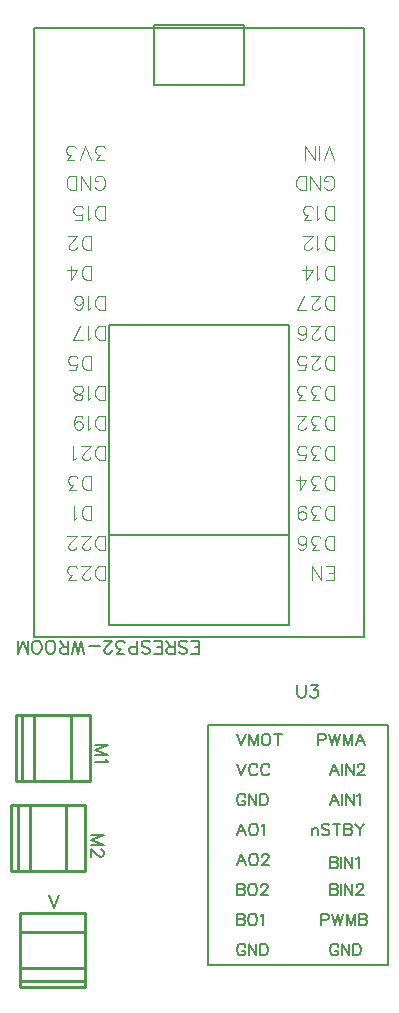
<source format=gto>
G04 Layer: TopSilkscreenLayer*
G04 EasyEDA v6.5.42, 2024-03-11 14:09:06*
G04 b8cecfdee2c84d74be12d37f40f4119a,807727dff0ce494184415f470db24245,10*
G04 Gerber Generator version 0.2*
G04 Scale: 100 percent, Rotated: No, Reflected: No *
G04 Dimensions in millimeters *
G04 leading zeros omitted , absolute positions ,4 integer and 5 decimal *
%FSLAX45Y45*%
%MOMM*%

%ADD10C,0.1524*%
%ADD11C,0.1016*%
%ADD12C,0.2032*%
%ADD13C,0.1270*%
%ADD14C,0.2540*%
%ADD15C,0.0168*%

%LPD*%
D10*
X2616200Y2983484D02*
G01*
X2616200Y3092450D01*
X2616200Y2983484D02*
G01*
X2548636Y2983484D01*
X2616200Y3035300D02*
G01*
X2574543Y3035300D01*
X2616200Y3092450D02*
G01*
X2548636Y3092450D01*
X2441702Y2998978D02*
G01*
X2452115Y2988563D01*
X2467609Y2983484D01*
X2488438Y2983484D01*
X2503931Y2988563D01*
X2514345Y2998978D01*
X2514345Y3009392D01*
X2509265Y3019805D01*
X2503931Y3025139D01*
X2493518Y3030220D01*
X2462529Y3040634D01*
X2452115Y3045713D01*
X2446781Y3051047D01*
X2441702Y3061462D01*
X2441702Y3076955D01*
X2452115Y3087370D01*
X2467609Y3092450D01*
X2488438Y3092450D01*
X2503931Y3087370D01*
X2514345Y3076955D01*
X2407411Y2983484D02*
G01*
X2407411Y3092450D01*
X2407411Y2983484D02*
G01*
X2360675Y2983484D01*
X2344927Y2988563D01*
X2339847Y2993897D01*
X2334513Y3004312D01*
X2334513Y3014726D01*
X2339847Y3025139D01*
X2344927Y3030220D01*
X2360675Y3035300D01*
X2407411Y3035300D01*
X2371090Y3035300D02*
G01*
X2334513Y3092450D01*
X2300224Y2983484D02*
G01*
X2300224Y3092450D01*
X2300224Y2983484D02*
G01*
X2232659Y2983484D01*
X2300224Y3035300D02*
G01*
X2258822Y3035300D01*
X2300224Y3092450D02*
G01*
X2232659Y3092450D01*
X2125725Y2998978D02*
G01*
X2136140Y2988563D01*
X2151634Y2983484D01*
X2172461Y2983484D01*
X2188209Y2988563D01*
X2198370Y2998978D01*
X2198370Y3009392D01*
X2193290Y3019805D01*
X2188209Y3025139D01*
X2177795Y3030220D01*
X2146554Y3040634D01*
X2136140Y3045713D01*
X2131059Y3051047D01*
X2125725Y3061462D01*
X2125725Y3076955D01*
X2136140Y3087370D01*
X2151634Y3092450D01*
X2172461Y3092450D01*
X2188209Y3087370D01*
X2198370Y3076955D01*
X2091436Y2983484D02*
G01*
X2091436Y3092450D01*
X2091436Y2983484D02*
G01*
X2044700Y2983484D01*
X2029206Y2988563D01*
X2023872Y2993897D01*
X2018791Y3004312D01*
X2018791Y3019805D01*
X2023872Y3030220D01*
X2029206Y3035300D01*
X2044700Y3040634D01*
X2091436Y3040634D01*
X1974088Y2983484D02*
G01*
X1916937Y2983484D01*
X1948179Y3025139D01*
X1932431Y3025139D01*
X1922018Y3030220D01*
X1916937Y3035300D01*
X1911604Y3051047D01*
X1911604Y3061462D01*
X1916937Y3076955D01*
X1927352Y3087370D01*
X1942845Y3092450D01*
X1958340Y3092450D01*
X1974088Y3087370D01*
X1979168Y3082289D01*
X1984502Y3071876D01*
X1872234Y3009392D02*
G01*
X1872234Y3004312D01*
X1866900Y2993897D01*
X1861820Y2988563D01*
X1851405Y2983484D01*
X1830578Y2983484D01*
X1820163Y2988563D01*
X1815084Y2993897D01*
X1809750Y3004312D01*
X1809750Y3014726D01*
X1815084Y3025139D01*
X1825497Y3040634D01*
X1877313Y3092450D01*
X1804670Y3092450D01*
X1770379Y3045713D02*
G01*
X1676907Y3045713D01*
X1642618Y2983484D02*
G01*
X1616710Y3092450D01*
X1590547Y2983484D02*
G01*
X1616710Y3092450D01*
X1590547Y2983484D02*
G01*
X1564639Y3092450D01*
X1538731Y2983484D02*
G01*
X1564639Y3092450D01*
X1504442Y2983484D02*
G01*
X1504442Y3092450D01*
X1504442Y2983484D02*
G01*
X1457705Y2983484D01*
X1441957Y2988563D01*
X1436878Y2993897D01*
X1431544Y3004312D01*
X1431544Y3014726D01*
X1436878Y3025139D01*
X1441957Y3030220D01*
X1457705Y3035300D01*
X1504442Y3035300D01*
X1468120Y3035300D02*
G01*
X1431544Y3092450D01*
X1366265Y2983484D02*
G01*
X1376679Y2988563D01*
X1386839Y2998978D01*
X1392173Y3009392D01*
X1397254Y3025139D01*
X1397254Y3051047D01*
X1392173Y3066542D01*
X1386839Y3076955D01*
X1376679Y3087370D01*
X1366265Y3092450D01*
X1345437Y3092450D01*
X1335023Y3087370D01*
X1324610Y3076955D01*
X1319529Y3066542D01*
X1314195Y3051047D01*
X1314195Y3025139D01*
X1319529Y3009392D01*
X1324610Y2998978D01*
X1335023Y2988563D01*
X1345437Y2983484D01*
X1366265Y2983484D01*
X1248663Y2983484D02*
G01*
X1259078Y2988563D01*
X1269492Y2998978D01*
X1274826Y3009392D01*
X1279905Y3025139D01*
X1279905Y3051047D01*
X1274826Y3066542D01*
X1269492Y3076955D01*
X1259078Y3087370D01*
X1248663Y3092450D01*
X1228089Y3092450D01*
X1217676Y3087370D01*
X1207262Y3076955D01*
X1201928Y3066542D01*
X1196847Y3051047D01*
X1196847Y3025139D01*
X1201928Y3009392D01*
X1207262Y2998978D01*
X1217676Y2988563D01*
X1228089Y2983484D01*
X1248663Y2983484D01*
X1162557Y2983484D02*
G01*
X1162557Y3092450D01*
X1162557Y2983484D02*
G01*
X1120902Y3092450D01*
X1079500Y2983484D02*
G01*
X1120902Y3092450D01*
X1079500Y2983484D02*
G01*
X1079500Y3092450D01*
D11*
X3759200Y3605529D02*
G01*
X3759200Y3726942D01*
X3759200Y3605529D02*
G01*
X3684270Y3605529D01*
X3759200Y3663442D02*
G01*
X3712972Y3663442D01*
X3759200Y3726942D02*
G01*
X3684270Y3726942D01*
X3646170Y3605529D02*
G01*
X3646170Y3726942D01*
X3646170Y3605529D02*
G01*
X3565143Y3726942D01*
X3565143Y3605529D02*
G01*
X3565143Y3726942D01*
X3759200Y3859529D02*
G01*
X3759200Y3980942D01*
X3759200Y3859529D02*
G01*
X3718813Y3859529D01*
X3701541Y3865371D01*
X3689858Y3877055D01*
X3684270Y3888486D01*
X3678427Y3905757D01*
X3678427Y3934713D01*
X3684270Y3951986D01*
X3689858Y3963670D01*
X3701541Y3975100D01*
X3718813Y3980942D01*
X3759200Y3980942D01*
X3628643Y3859529D02*
G01*
X3565143Y3859529D01*
X3599941Y3905757D01*
X3582670Y3905757D01*
X3570986Y3911600D01*
X3565143Y3917442D01*
X3559556Y3934713D01*
X3559556Y3946144D01*
X3565143Y3963670D01*
X3576827Y3975100D01*
X3594100Y3980942D01*
X3611372Y3980942D01*
X3628643Y3975100D01*
X3634486Y3969257D01*
X3640327Y3957828D01*
X3452113Y3877055D02*
G01*
X3457956Y3865371D01*
X3475227Y3859529D01*
X3486658Y3859529D01*
X3503929Y3865371D01*
X3515613Y3882644D01*
X3521456Y3911600D01*
X3521456Y3940555D01*
X3515613Y3963670D01*
X3503929Y3975100D01*
X3486658Y3980942D01*
X3481070Y3980942D01*
X3463543Y3975100D01*
X3452113Y3963670D01*
X3446272Y3946144D01*
X3446272Y3940555D01*
X3452113Y3923029D01*
X3463543Y3911600D01*
X3481070Y3905757D01*
X3486658Y3905757D01*
X3503929Y3911600D01*
X3515613Y3923029D01*
X3521456Y3940555D01*
X3759200Y4113529D02*
G01*
X3759200Y4234942D01*
X3759200Y4113529D02*
G01*
X3718813Y4113529D01*
X3701541Y4119371D01*
X3689858Y4131055D01*
X3684270Y4142486D01*
X3678427Y4159757D01*
X3678427Y4188713D01*
X3684270Y4205986D01*
X3689858Y4217670D01*
X3701541Y4229100D01*
X3718813Y4234942D01*
X3759200Y4234942D01*
X3628643Y4113529D02*
G01*
X3565143Y4113529D01*
X3599941Y4159757D01*
X3582670Y4159757D01*
X3570986Y4165600D01*
X3565143Y4171442D01*
X3559556Y4188713D01*
X3559556Y4200144D01*
X3565143Y4217670D01*
X3576827Y4229100D01*
X3594100Y4234942D01*
X3611372Y4234942D01*
X3628643Y4229100D01*
X3634486Y4223257D01*
X3640327Y4211828D01*
X3446272Y4154170D02*
G01*
X3452113Y4171442D01*
X3463543Y4182871D01*
X3481070Y4188713D01*
X3486658Y4188713D01*
X3503929Y4182871D01*
X3515613Y4171442D01*
X3521456Y4154170D01*
X3521456Y4148328D01*
X3515613Y4131055D01*
X3503929Y4119371D01*
X3486658Y4113529D01*
X3481070Y4113529D01*
X3463543Y4119371D01*
X3452113Y4131055D01*
X3446272Y4154170D01*
X3446272Y4182871D01*
X3452113Y4211828D01*
X3463543Y4229100D01*
X3481070Y4234942D01*
X3492500Y4234942D01*
X3509772Y4229100D01*
X3515613Y4217670D01*
X3759200Y4367529D02*
G01*
X3759200Y4488942D01*
X3759200Y4367529D02*
G01*
X3718813Y4367529D01*
X3701541Y4373371D01*
X3689858Y4385055D01*
X3684270Y4396486D01*
X3678427Y4413757D01*
X3678427Y4442713D01*
X3684270Y4459986D01*
X3689858Y4471670D01*
X3701541Y4483100D01*
X3718813Y4488942D01*
X3759200Y4488942D01*
X3628643Y4367529D02*
G01*
X3565143Y4367529D01*
X3599941Y4413757D01*
X3582670Y4413757D01*
X3570986Y4419600D01*
X3565143Y4425442D01*
X3559556Y4442713D01*
X3559556Y4454144D01*
X3565143Y4471670D01*
X3576827Y4483100D01*
X3594100Y4488942D01*
X3611372Y4488942D01*
X3628643Y4483100D01*
X3634486Y4477257D01*
X3640327Y4465828D01*
X3463543Y4367529D02*
G01*
X3521456Y4448555D01*
X3434841Y4448555D01*
X3463543Y4367529D02*
G01*
X3463543Y4488942D01*
X3759200Y4621529D02*
G01*
X3759200Y4742942D01*
X3759200Y4621529D02*
G01*
X3718813Y4621529D01*
X3701541Y4627371D01*
X3689858Y4639055D01*
X3684270Y4650486D01*
X3678427Y4667757D01*
X3678427Y4696713D01*
X3684270Y4713986D01*
X3689858Y4725670D01*
X3701541Y4737100D01*
X3718813Y4742942D01*
X3759200Y4742942D01*
X3628643Y4621529D02*
G01*
X3565143Y4621529D01*
X3599941Y4667757D01*
X3582670Y4667757D01*
X3570986Y4673600D01*
X3565143Y4679442D01*
X3559556Y4696713D01*
X3559556Y4708144D01*
X3565143Y4725670D01*
X3576827Y4737100D01*
X3594100Y4742942D01*
X3611372Y4742942D01*
X3628643Y4737100D01*
X3634486Y4731257D01*
X3640327Y4719828D01*
X3452113Y4621529D02*
G01*
X3509772Y4621529D01*
X3515613Y4673600D01*
X3509772Y4667757D01*
X3492500Y4662170D01*
X3475227Y4662170D01*
X3457956Y4667757D01*
X3446272Y4679442D01*
X3440429Y4696713D01*
X3440429Y4708144D01*
X3446272Y4725670D01*
X3457956Y4737100D01*
X3475227Y4742942D01*
X3492500Y4742942D01*
X3509772Y4737100D01*
X3515613Y4731257D01*
X3521456Y4719828D01*
X3759200Y4875529D02*
G01*
X3759200Y4996942D01*
X3759200Y4875529D02*
G01*
X3718813Y4875529D01*
X3701541Y4881371D01*
X3689858Y4893055D01*
X3684270Y4904486D01*
X3678427Y4921757D01*
X3678427Y4950713D01*
X3684270Y4967986D01*
X3689858Y4979670D01*
X3701541Y4991100D01*
X3718813Y4996942D01*
X3759200Y4996942D01*
X3628643Y4875529D02*
G01*
X3565143Y4875529D01*
X3599941Y4921757D01*
X3582670Y4921757D01*
X3570986Y4927600D01*
X3565143Y4933442D01*
X3559556Y4950713D01*
X3559556Y4962144D01*
X3565143Y4979670D01*
X3576827Y4991100D01*
X3594100Y4996942D01*
X3611372Y4996942D01*
X3628643Y4991100D01*
X3634486Y4985257D01*
X3640327Y4973828D01*
X3515613Y4904486D02*
G01*
X3515613Y4898644D01*
X3509772Y4887213D01*
X3503929Y4881371D01*
X3492500Y4875529D01*
X3469386Y4875529D01*
X3457956Y4881371D01*
X3452113Y4887213D01*
X3446272Y4898644D01*
X3446272Y4910328D01*
X3452113Y4921757D01*
X3463543Y4939029D01*
X3521456Y4996942D01*
X3440429Y4996942D01*
X3759200Y5129529D02*
G01*
X3759200Y5250942D01*
X3759200Y5129529D02*
G01*
X3718813Y5129529D01*
X3701541Y5135371D01*
X3689858Y5147055D01*
X3684270Y5158486D01*
X3678427Y5175757D01*
X3678427Y5204713D01*
X3684270Y5221986D01*
X3689858Y5233670D01*
X3701541Y5245100D01*
X3718813Y5250942D01*
X3759200Y5250942D01*
X3628643Y5129529D02*
G01*
X3565143Y5129529D01*
X3599941Y5175757D01*
X3582670Y5175757D01*
X3570986Y5181600D01*
X3565143Y5187442D01*
X3559556Y5204713D01*
X3559556Y5216144D01*
X3565143Y5233670D01*
X3576827Y5245100D01*
X3594100Y5250942D01*
X3611372Y5250942D01*
X3628643Y5245100D01*
X3634486Y5239257D01*
X3640327Y5227828D01*
X3509772Y5129529D02*
G01*
X3446272Y5129529D01*
X3481070Y5175757D01*
X3463543Y5175757D01*
X3452113Y5181600D01*
X3446272Y5187442D01*
X3440429Y5204713D01*
X3440429Y5216144D01*
X3446272Y5233670D01*
X3457956Y5245100D01*
X3475227Y5250942D01*
X3492500Y5250942D01*
X3509772Y5245100D01*
X3515613Y5239257D01*
X3521456Y5227828D01*
X3759200Y5383529D02*
G01*
X3759200Y5504942D01*
X3759200Y5383529D02*
G01*
X3718813Y5383529D01*
X3701541Y5389371D01*
X3689858Y5401055D01*
X3684270Y5412486D01*
X3678427Y5429757D01*
X3678427Y5458713D01*
X3684270Y5475986D01*
X3689858Y5487670D01*
X3701541Y5499100D01*
X3718813Y5504942D01*
X3759200Y5504942D01*
X3634486Y5412486D02*
G01*
X3634486Y5406644D01*
X3628643Y5395213D01*
X3623056Y5389371D01*
X3611372Y5383529D01*
X3588258Y5383529D01*
X3576827Y5389371D01*
X3570986Y5395213D01*
X3565143Y5406644D01*
X3565143Y5418328D01*
X3570986Y5429757D01*
X3582670Y5447029D01*
X3640327Y5504942D01*
X3559556Y5504942D01*
X3452113Y5383529D02*
G01*
X3509772Y5383529D01*
X3515613Y5435600D01*
X3509772Y5429757D01*
X3492500Y5424170D01*
X3475227Y5424170D01*
X3457956Y5429757D01*
X3446272Y5441442D01*
X3440429Y5458713D01*
X3440429Y5470144D01*
X3446272Y5487670D01*
X3457956Y5499100D01*
X3475227Y5504942D01*
X3492500Y5504942D01*
X3509772Y5499100D01*
X3515613Y5493257D01*
X3521456Y5481828D01*
X3759200Y5637529D02*
G01*
X3759200Y5758942D01*
X3759200Y5637529D02*
G01*
X3718813Y5637529D01*
X3701541Y5643371D01*
X3689858Y5655055D01*
X3684270Y5666486D01*
X3678427Y5683757D01*
X3678427Y5712713D01*
X3684270Y5729986D01*
X3689858Y5741670D01*
X3701541Y5753100D01*
X3718813Y5758942D01*
X3759200Y5758942D01*
X3634486Y5666486D02*
G01*
X3634486Y5660644D01*
X3628643Y5649213D01*
X3623056Y5643371D01*
X3611372Y5637529D01*
X3588258Y5637529D01*
X3576827Y5643371D01*
X3570986Y5649213D01*
X3565143Y5660644D01*
X3565143Y5672328D01*
X3570986Y5683757D01*
X3582670Y5701029D01*
X3640327Y5758942D01*
X3559556Y5758942D01*
X3452113Y5655055D02*
G01*
X3457956Y5643371D01*
X3475227Y5637529D01*
X3486658Y5637529D01*
X3503929Y5643371D01*
X3515613Y5660644D01*
X3521456Y5689600D01*
X3521456Y5718555D01*
X3515613Y5741670D01*
X3503929Y5753100D01*
X3486658Y5758942D01*
X3481070Y5758942D01*
X3463543Y5753100D01*
X3452113Y5741670D01*
X3446272Y5724144D01*
X3446272Y5718555D01*
X3452113Y5701029D01*
X3463543Y5689600D01*
X3481070Y5683757D01*
X3486658Y5683757D01*
X3503929Y5689600D01*
X3515613Y5701029D01*
X3521456Y5718555D01*
X3759200Y5891529D02*
G01*
X3759200Y6012942D01*
X3759200Y5891529D02*
G01*
X3718813Y5891529D01*
X3701541Y5897371D01*
X3689858Y5909055D01*
X3684270Y5920486D01*
X3678427Y5937757D01*
X3678427Y5966713D01*
X3684270Y5983986D01*
X3689858Y5995670D01*
X3701541Y6007100D01*
X3718813Y6012942D01*
X3759200Y6012942D01*
X3634486Y5920486D02*
G01*
X3634486Y5914644D01*
X3628643Y5903213D01*
X3623056Y5897371D01*
X3611372Y5891529D01*
X3588258Y5891529D01*
X3576827Y5897371D01*
X3570986Y5903213D01*
X3565143Y5914644D01*
X3565143Y5926328D01*
X3570986Y5937757D01*
X3582670Y5955029D01*
X3640327Y6012942D01*
X3559556Y6012942D01*
X3440429Y5891529D02*
G01*
X3498341Y6012942D01*
X3521456Y5891529D02*
G01*
X3440429Y5891529D01*
X3759200Y6145529D02*
G01*
X3759200Y6266942D01*
X3759200Y6145529D02*
G01*
X3718813Y6145529D01*
X3701541Y6151371D01*
X3689858Y6163055D01*
X3684270Y6174486D01*
X3678427Y6191757D01*
X3678427Y6220713D01*
X3684270Y6237986D01*
X3689858Y6249670D01*
X3701541Y6261100D01*
X3718813Y6266942D01*
X3759200Y6266942D01*
X3640327Y6168644D02*
G01*
X3628643Y6163055D01*
X3611372Y6145529D01*
X3611372Y6266942D01*
X3515613Y6145529D02*
G01*
X3573272Y6226555D01*
X3486658Y6226555D01*
X3515613Y6145529D02*
G01*
X3515613Y6266942D01*
X3759200Y6399529D02*
G01*
X3759200Y6520942D01*
X3759200Y6399529D02*
G01*
X3718813Y6399529D01*
X3701541Y6405371D01*
X3689858Y6417055D01*
X3684270Y6428486D01*
X3678427Y6445757D01*
X3678427Y6474713D01*
X3684270Y6491986D01*
X3689858Y6503670D01*
X3701541Y6515100D01*
X3718813Y6520942D01*
X3759200Y6520942D01*
X3640327Y6422644D02*
G01*
X3628643Y6417055D01*
X3611372Y6399529D01*
X3611372Y6520942D01*
X3567429Y6428486D02*
G01*
X3567429Y6422644D01*
X3561841Y6411213D01*
X3556000Y6405371D01*
X3544570Y6399529D01*
X3521456Y6399529D01*
X3509772Y6405371D01*
X3503929Y6411213D01*
X3498341Y6422644D01*
X3498341Y6434328D01*
X3503929Y6445757D01*
X3515613Y6463029D01*
X3573272Y6520942D01*
X3492500Y6520942D01*
X3759200Y6653529D02*
G01*
X3759200Y6774942D01*
X3759200Y6653529D02*
G01*
X3718813Y6653529D01*
X3701541Y6659371D01*
X3689858Y6671055D01*
X3684270Y6682486D01*
X3678427Y6699758D01*
X3678427Y6728713D01*
X3684270Y6745986D01*
X3689858Y6757670D01*
X3701541Y6769100D01*
X3718813Y6774942D01*
X3759200Y6774942D01*
X3640327Y6676644D02*
G01*
X3628643Y6671055D01*
X3611372Y6653529D01*
X3611372Y6774942D01*
X3561841Y6653529D02*
G01*
X3498341Y6653529D01*
X3532886Y6699758D01*
X3515613Y6699758D01*
X3503929Y6705600D01*
X3498341Y6711442D01*
X3492500Y6728713D01*
X3492500Y6740144D01*
X3498341Y6757670D01*
X3509772Y6769100D01*
X3527043Y6774942D01*
X3544570Y6774942D01*
X3561841Y6769100D01*
X3567429Y6763258D01*
X3573272Y6751828D01*
X3672586Y6936486D02*
G01*
X3678427Y6925055D01*
X3689858Y6913371D01*
X3701541Y6907529D01*
X3724656Y6907529D01*
X3736086Y6913371D01*
X3747770Y6925055D01*
X3753358Y6936486D01*
X3759200Y6953758D01*
X3759200Y6982713D01*
X3753358Y6999986D01*
X3747770Y7011670D01*
X3736086Y7023100D01*
X3724656Y7028942D01*
X3701541Y7028942D01*
X3689858Y7023100D01*
X3678427Y7011670D01*
X3672586Y6999986D01*
X3672586Y6982713D01*
X3701541Y6982713D02*
G01*
X3672586Y6982713D01*
X3634486Y6907529D02*
G01*
X3634486Y7028942D01*
X3634486Y6907529D02*
G01*
X3553713Y7028942D01*
X3553713Y6907529D02*
G01*
X3553713Y7028942D01*
X3515613Y6907529D02*
G01*
X3515613Y7028942D01*
X3515613Y6907529D02*
G01*
X3475227Y6907529D01*
X3457956Y6913371D01*
X3446272Y6925055D01*
X3440429Y6936486D01*
X3434841Y6953758D01*
X3434841Y6982713D01*
X3440429Y6999986D01*
X3446272Y7011670D01*
X3457956Y7023100D01*
X3475227Y7028942D01*
X3515613Y7028942D01*
X3759200Y7161529D02*
G01*
X3712972Y7282942D01*
X3666743Y7161529D02*
G01*
X3712972Y7282942D01*
X3628643Y7161529D02*
G01*
X3628643Y7282942D01*
X3590543Y7161529D02*
G01*
X3590543Y7282942D01*
X3590543Y7161529D02*
G01*
X3509772Y7282942D01*
X3509772Y7161529D02*
G01*
X3509772Y7282942D01*
X1804670Y7161529D02*
G01*
X1741170Y7161529D01*
X1775713Y7207758D01*
X1758442Y7207758D01*
X1746757Y7213600D01*
X1741170Y7219442D01*
X1735328Y7236713D01*
X1735328Y7248144D01*
X1741170Y7265670D01*
X1752600Y7277100D01*
X1769871Y7282942D01*
X1787144Y7282942D01*
X1804670Y7277100D01*
X1810257Y7271258D01*
X1816100Y7259828D01*
X1697228Y7161529D02*
G01*
X1651000Y7282942D01*
X1604771Y7161529D02*
G01*
X1651000Y7282942D01*
X1555242Y7161529D02*
G01*
X1491742Y7161529D01*
X1526286Y7207758D01*
X1509013Y7207758D01*
X1497329Y7213600D01*
X1491742Y7219442D01*
X1485900Y7236713D01*
X1485900Y7248144D01*
X1491742Y7265670D01*
X1503171Y7277100D01*
X1520444Y7282942D01*
X1537970Y7282942D01*
X1555242Y7277100D01*
X1560829Y7271258D01*
X1566671Y7259828D01*
X1729486Y6936486D02*
G01*
X1735328Y6925055D01*
X1746757Y6913371D01*
X1758442Y6907529D01*
X1781555Y6907529D01*
X1792986Y6913371D01*
X1804670Y6925055D01*
X1810257Y6936486D01*
X1816100Y6953758D01*
X1816100Y6982713D01*
X1810257Y6999986D01*
X1804670Y7011670D01*
X1792986Y7023100D01*
X1781555Y7028942D01*
X1758442Y7028942D01*
X1746757Y7023100D01*
X1735328Y7011670D01*
X1729486Y6999986D01*
X1729486Y6982713D01*
X1758442Y6982713D02*
G01*
X1729486Y6982713D01*
X1691386Y6907529D02*
G01*
X1691386Y7028942D01*
X1691386Y6907529D02*
G01*
X1610613Y7028942D01*
X1610613Y6907529D02*
G01*
X1610613Y7028942D01*
X1572513Y6907529D02*
G01*
X1572513Y7028942D01*
X1572513Y6907529D02*
G01*
X1532128Y6907529D01*
X1514855Y6913371D01*
X1503171Y6925055D01*
X1497329Y6936486D01*
X1491742Y6953758D01*
X1491742Y6982713D01*
X1497329Y6999986D01*
X1503171Y7011670D01*
X1514855Y7023100D01*
X1532128Y7028942D01*
X1572513Y7028942D01*
X1816100Y6653529D02*
G01*
X1816100Y6774942D01*
X1816100Y6653529D02*
G01*
X1775713Y6653529D01*
X1758442Y6659371D01*
X1746757Y6671055D01*
X1741170Y6682486D01*
X1735328Y6699758D01*
X1735328Y6728713D01*
X1741170Y6745986D01*
X1746757Y6757670D01*
X1758442Y6769100D01*
X1775713Y6774942D01*
X1816100Y6774942D01*
X1697228Y6676644D02*
G01*
X1685544Y6671055D01*
X1668271Y6653529D01*
X1668271Y6774942D01*
X1560829Y6653529D02*
G01*
X1618742Y6653529D01*
X1624329Y6705600D01*
X1618742Y6699758D01*
X1601470Y6694170D01*
X1583944Y6694170D01*
X1566671Y6699758D01*
X1555242Y6711442D01*
X1549400Y6728713D01*
X1549400Y6740144D01*
X1555242Y6757670D01*
X1566671Y6769100D01*
X1583944Y6774942D01*
X1601470Y6774942D01*
X1618742Y6769100D01*
X1624329Y6763258D01*
X1630171Y6751828D01*
X1701800Y6399529D02*
G01*
X1701800Y6520942D01*
X1701800Y6399529D02*
G01*
X1661413Y6399529D01*
X1644142Y6405371D01*
X1632457Y6417055D01*
X1626870Y6428486D01*
X1621028Y6445757D01*
X1621028Y6474713D01*
X1626870Y6491986D01*
X1632457Y6503670D01*
X1644142Y6515100D01*
X1661413Y6520942D01*
X1701800Y6520942D01*
X1577086Y6428486D02*
G01*
X1577086Y6422644D01*
X1571244Y6411213D01*
X1565655Y6405371D01*
X1553971Y6399529D01*
X1530857Y6399529D01*
X1519428Y6405371D01*
X1513586Y6411213D01*
X1507744Y6422644D01*
X1507744Y6434328D01*
X1513586Y6445757D01*
X1525270Y6463029D01*
X1582928Y6520942D01*
X1502155Y6520942D01*
X1701800Y6145529D02*
G01*
X1701800Y6266942D01*
X1701800Y6145529D02*
G01*
X1661413Y6145529D01*
X1644142Y6151371D01*
X1632457Y6163055D01*
X1626870Y6174486D01*
X1621028Y6191757D01*
X1621028Y6220713D01*
X1626870Y6237986D01*
X1632457Y6249670D01*
X1644142Y6261100D01*
X1661413Y6266942D01*
X1701800Y6266942D01*
X1525270Y6145529D02*
G01*
X1582928Y6226555D01*
X1496313Y6226555D01*
X1525270Y6145529D02*
G01*
X1525270Y6266942D01*
X1816100Y5891529D02*
G01*
X1816100Y6012942D01*
X1816100Y5891529D02*
G01*
X1775713Y5891529D01*
X1758442Y5897371D01*
X1746757Y5909055D01*
X1741170Y5920486D01*
X1735328Y5937757D01*
X1735328Y5966713D01*
X1741170Y5983986D01*
X1746757Y5995670D01*
X1758442Y6007100D01*
X1775713Y6012942D01*
X1816100Y6012942D01*
X1697228Y5914644D02*
G01*
X1685544Y5909055D01*
X1668271Y5891529D01*
X1668271Y6012942D01*
X1560829Y5909055D02*
G01*
X1566671Y5897371D01*
X1583944Y5891529D01*
X1595628Y5891529D01*
X1612900Y5897371D01*
X1624329Y5914644D01*
X1630171Y5943600D01*
X1630171Y5972555D01*
X1624329Y5995670D01*
X1612900Y6007100D01*
X1595628Y6012942D01*
X1589786Y6012942D01*
X1572513Y6007100D01*
X1560829Y5995670D01*
X1555242Y5978144D01*
X1555242Y5972555D01*
X1560829Y5955029D01*
X1572513Y5943600D01*
X1589786Y5937757D01*
X1595628Y5937757D01*
X1612900Y5943600D01*
X1624329Y5955029D01*
X1630171Y5972555D01*
X1816100Y5637529D02*
G01*
X1816100Y5758942D01*
X1816100Y5637529D02*
G01*
X1775713Y5637529D01*
X1758442Y5643371D01*
X1746757Y5655055D01*
X1741170Y5666486D01*
X1735328Y5683757D01*
X1735328Y5712713D01*
X1741170Y5729986D01*
X1746757Y5741670D01*
X1758442Y5753100D01*
X1775713Y5758942D01*
X1816100Y5758942D01*
X1697228Y5660644D02*
G01*
X1685544Y5655055D01*
X1668271Y5637529D01*
X1668271Y5758942D01*
X1549400Y5637529D02*
G01*
X1607057Y5758942D01*
X1630171Y5637529D02*
G01*
X1549400Y5637529D01*
X1701800Y5383529D02*
G01*
X1701800Y5504942D01*
X1701800Y5383529D02*
G01*
X1661413Y5383529D01*
X1644142Y5389371D01*
X1632457Y5401055D01*
X1626870Y5412486D01*
X1621028Y5429757D01*
X1621028Y5458713D01*
X1626870Y5475986D01*
X1632457Y5487670D01*
X1644142Y5499100D01*
X1661413Y5504942D01*
X1701800Y5504942D01*
X1513586Y5383529D02*
G01*
X1571244Y5383529D01*
X1577086Y5435600D01*
X1571244Y5429757D01*
X1553971Y5424170D01*
X1536700Y5424170D01*
X1519428Y5429757D01*
X1507744Y5441442D01*
X1502155Y5458713D01*
X1502155Y5470144D01*
X1507744Y5487670D01*
X1519428Y5499100D01*
X1536700Y5504942D01*
X1553971Y5504942D01*
X1571244Y5499100D01*
X1577086Y5493257D01*
X1582928Y5481828D01*
X1816100Y5129529D02*
G01*
X1816100Y5250942D01*
X1816100Y5129529D02*
G01*
X1775713Y5129529D01*
X1758442Y5135371D01*
X1746757Y5147055D01*
X1741170Y5158486D01*
X1735328Y5175757D01*
X1735328Y5204713D01*
X1741170Y5221986D01*
X1746757Y5233670D01*
X1758442Y5245100D01*
X1775713Y5250942D01*
X1816100Y5250942D01*
X1697228Y5152644D02*
G01*
X1685544Y5147055D01*
X1668271Y5129529D01*
X1668271Y5250942D01*
X1601470Y5129529D02*
G01*
X1618742Y5135371D01*
X1624329Y5147055D01*
X1624329Y5158486D01*
X1618742Y5170170D01*
X1607057Y5175757D01*
X1583944Y5181600D01*
X1566671Y5187442D01*
X1555242Y5198871D01*
X1549400Y5210555D01*
X1549400Y5227828D01*
X1555242Y5239257D01*
X1560829Y5245100D01*
X1578355Y5250942D01*
X1601470Y5250942D01*
X1618742Y5245100D01*
X1624329Y5239257D01*
X1630171Y5227828D01*
X1630171Y5210555D01*
X1624329Y5198871D01*
X1612900Y5187442D01*
X1595628Y5181600D01*
X1572513Y5175757D01*
X1560829Y5170170D01*
X1555242Y5158486D01*
X1555242Y5147055D01*
X1560829Y5135371D01*
X1578355Y5129529D01*
X1601470Y5129529D01*
X1816100Y4875529D02*
G01*
X1816100Y4996942D01*
X1816100Y4875529D02*
G01*
X1775713Y4875529D01*
X1758442Y4881371D01*
X1746757Y4893055D01*
X1741170Y4904486D01*
X1735328Y4921757D01*
X1735328Y4950713D01*
X1741170Y4967986D01*
X1746757Y4979670D01*
X1758442Y4991100D01*
X1775713Y4996942D01*
X1816100Y4996942D01*
X1697228Y4898644D02*
G01*
X1685544Y4893055D01*
X1668271Y4875529D01*
X1668271Y4996942D01*
X1555242Y4916170D02*
G01*
X1560829Y4933442D01*
X1572513Y4944871D01*
X1589786Y4950713D01*
X1595628Y4950713D01*
X1612900Y4944871D01*
X1624329Y4933442D01*
X1630171Y4916170D01*
X1630171Y4910328D01*
X1624329Y4893055D01*
X1612900Y4881371D01*
X1595628Y4875529D01*
X1589786Y4875529D01*
X1572513Y4881371D01*
X1560829Y4893055D01*
X1555242Y4916170D01*
X1555242Y4944871D01*
X1560829Y4973828D01*
X1572513Y4991100D01*
X1589786Y4996942D01*
X1601470Y4996942D01*
X1618742Y4991100D01*
X1624329Y4979670D01*
X1816100Y4621529D02*
G01*
X1816100Y4742942D01*
X1816100Y4621529D02*
G01*
X1775713Y4621529D01*
X1758442Y4627371D01*
X1746757Y4639055D01*
X1741170Y4650486D01*
X1735328Y4667757D01*
X1735328Y4696713D01*
X1741170Y4713986D01*
X1746757Y4725670D01*
X1758442Y4737100D01*
X1775713Y4742942D01*
X1816100Y4742942D01*
X1691386Y4650486D02*
G01*
X1691386Y4644644D01*
X1685544Y4633213D01*
X1679955Y4627371D01*
X1668271Y4621529D01*
X1645157Y4621529D01*
X1633728Y4627371D01*
X1627886Y4633213D01*
X1622044Y4644644D01*
X1622044Y4656328D01*
X1627886Y4667757D01*
X1639570Y4685029D01*
X1697228Y4742942D01*
X1616455Y4742942D01*
X1578355Y4644644D02*
G01*
X1566671Y4639055D01*
X1549400Y4621529D01*
X1549400Y4742942D01*
X1701800Y4367529D02*
G01*
X1701800Y4488942D01*
X1701800Y4367529D02*
G01*
X1661413Y4367529D01*
X1644142Y4373371D01*
X1632457Y4385055D01*
X1626870Y4396486D01*
X1621028Y4413757D01*
X1621028Y4442713D01*
X1626870Y4459986D01*
X1632457Y4471670D01*
X1644142Y4483100D01*
X1661413Y4488942D01*
X1701800Y4488942D01*
X1571244Y4367529D02*
G01*
X1507744Y4367529D01*
X1542542Y4413757D01*
X1525270Y4413757D01*
X1513586Y4419600D01*
X1507744Y4425442D01*
X1502155Y4442713D01*
X1502155Y4454144D01*
X1507744Y4471670D01*
X1519428Y4483100D01*
X1536700Y4488942D01*
X1553971Y4488942D01*
X1571244Y4483100D01*
X1577086Y4477257D01*
X1582928Y4465828D01*
X1701800Y4113529D02*
G01*
X1701800Y4234942D01*
X1701800Y4113529D02*
G01*
X1661413Y4113529D01*
X1644142Y4119371D01*
X1632457Y4131055D01*
X1626870Y4142486D01*
X1621028Y4159757D01*
X1621028Y4188713D01*
X1626870Y4205986D01*
X1632457Y4217670D01*
X1644142Y4229100D01*
X1661413Y4234942D01*
X1701800Y4234942D01*
X1582928Y4136644D02*
G01*
X1571244Y4131055D01*
X1553971Y4113529D01*
X1553971Y4234942D01*
X1816100Y3859529D02*
G01*
X1816100Y3980942D01*
X1816100Y3859529D02*
G01*
X1775713Y3859529D01*
X1758442Y3865371D01*
X1746757Y3877055D01*
X1741170Y3888486D01*
X1735328Y3905757D01*
X1735328Y3934713D01*
X1741170Y3951986D01*
X1746757Y3963670D01*
X1758442Y3975100D01*
X1775713Y3980942D01*
X1816100Y3980942D01*
X1691386Y3888486D02*
G01*
X1691386Y3882644D01*
X1685544Y3871213D01*
X1679955Y3865371D01*
X1668271Y3859529D01*
X1645157Y3859529D01*
X1633728Y3865371D01*
X1627886Y3871213D01*
X1622044Y3882644D01*
X1622044Y3894328D01*
X1627886Y3905757D01*
X1639570Y3923029D01*
X1697228Y3980942D01*
X1616455Y3980942D01*
X1572513Y3888486D02*
G01*
X1572513Y3882644D01*
X1566671Y3871213D01*
X1560829Y3865371D01*
X1549400Y3859529D01*
X1526286Y3859529D01*
X1514855Y3865371D01*
X1509013Y3871213D01*
X1503171Y3882644D01*
X1503171Y3894328D01*
X1509013Y3905757D01*
X1520444Y3923029D01*
X1578355Y3980942D01*
X1497329Y3980942D01*
X1816100Y3605529D02*
G01*
X1816100Y3726942D01*
X1816100Y3605529D02*
G01*
X1775713Y3605529D01*
X1758442Y3611371D01*
X1746757Y3623055D01*
X1741170Y3634486D01*
X1735328Y3651757D01*
X1735328Y3680713D01*
X1741170Y3697986D01*
X1746757Y3709670D01*
X1758442Y3721100D01*
X1775713Y3726942D01*
X1816100Y3726942D01*
X1691386Y3634486D02*
G01*
X1691386Y3628644D01*
X1685544Y3617213D01*
X1679955Y3611371D01*
X1668271Y3605529D01*
X1645157Y3605529D01*
X1633728Y3611371D01*
X1627886Y3617213D01*
X1622044Y3628644D01*
X1622044Y3640328D01*
X1627886Y3651757D01*
X1639570Y3669029D01*
X1697228Y3726942D01*
X1616455Y3726942D01*
X1566671Y3605529D02*
G01*
X1503171Y3605529D01*
X1537970Y3651757D01*
X1520444Y3651757D01*
X1509013Y3657600D01*
X1503171Y3663442D01*
X1497329Y3680713D01*
X1497329Y3692144D01*
X1503171Y3709670D01*
X1514855Y3721100D01*
X1532128Y3726942D01*
X1549400Y3726942D01*
X1566671Y3721100D01*
X1572513Y3715257D01*
X1578355Y3703828D01*
D10*
X1842515Y2209800D02*
G01*
X1733550Y2209800D01*
X1842515Y2209800D02*
G01*
X1733550Y2168144D01*
X1842515Y2126742D02*
G01*
X1733550Y2168144D01*
X1842515Y2126742D02*
G01*
X1733550Y2126742D01*
X1821687Y2092452D02*
G01*
X1827021Y2082037D01*
X1842515Y2066289D01*
X1733550Y2066289D01*
X1804415Y1447800D02*
G01*
X1695450Y1447800D01*
X1804415Y1447800D02*
G01*
X1695450Y1406144D01*
X1804415Y1364742D02*
G01*
X1695450Y1406144D01*
X1804415Y1364742D02*
G01*
X1695450Y1364742D01*
X1778507Y1325118D02*
G01*
X1783587Y1325118D01*
X1794002Y1320037D01*
X1799336Y1314704D01*
X1804415Y1304289D01*
X1804415Y1283715D01*
X1799336Y1273302D01*
X1794002Y1267968D01*
X1783587Y1262887D01*
X1773173Y1262887D01*
X1762760Y1267968D01*
X1747265Y1278381D01*
X1695450Y1330452D01*
X1695450Y1257554D01*
X1346200Y940815D02*
G01*
X1387855Y831850D01*
X1429257Y940815D02*
G01*
X1387855Y831850D01*
X3441700Y2718815D02*
G01*
X3441700Y2640837D01*
X3446779Y2625344D01*
X3457193Y2614929D01*
X3472941Y2609850D01*
X3483356Y2609850D01*
X3498850Y2614929D01*
X3509263Y2625344D01*
X3514343Y2640837D01*
X3514343Y2718815D01*
X3559047Y2718815D02*
G01*
X3616197Y2718815D01*
X3585209Y2677160D01*
X3600704Y2677160D01*
X3611118Y2672079D01*
X3616197Y2667000D01*
X3621531Y2651252D01*
X3621531Y2640837D01*
X3616197Y2625344D01*
X3605784Y2614929D01*
X3590290Y2609850D01*
X3574795Y2609850D01*
X3559047Y2614929D01*
X3553968Y2620010D01*
X3548634Y2630423D01*
D12*
X2933700Y2049271D02*
G01*
X2970529Y1952244D01*
X3007613Y2049271D02*
G01*
X2970529Y1952244D01*
X3107436Y2026157D02*
G01*
X3102609Y2035555D01*
X3093465Y2044700D01*
X3084322Y2049271D01*
X3065779Y2049271D01*
X3056636Y2044700D01*
X3047238Y2035555D01*
X3042665Y2026157D01*
X3038093Y2012442D01*
X3038093Y1989328D01*
X3042665Y1975357D01*
X3047238Y1966213D01*
X3056636Y1957070D01*
X3065779Y1952244D01*
X3084322Y1952244D01*
X3093465Y1957070D01*
X3102609Y1966213D01*
X3107436Y1975357D01*
X3207004Y2026157D02*
G01*
X3202431Y2035555D01*
X3193288Y2044700D01*
X3183890Y2049271D01*
X3165602Y2049271D01*
X3156204Y2044700D01*
X3147059Y2035555D01*
X3142488Y2026157D01*
X3137915Y2012442D01*
X3137915Y1989328D01*
X3142488Y1975357D01*
X3147059Y1966213D01*
X3156204Y1957070D01*
X3165602Y1952244D01*
X3183890Y1952244D01*
X3193288Y1957070D01*
X3202431Y1966213D01*
X3207004Y1975357D01*
X3003041Y1772157D02*
G01*
X2998470Y1781555D01*
X2989072Y1790700D01*
X2979927Y1795271D01*
X2961386Y1795271D01*
X2952241Y1790700D01*
X2942843Y1781555D01*
X2938272Y1772157D01*
X2933700Y1758442D01*
X2933700Y1735328D01*
X2938272Y1721357D01*
X2942843Y1712213D01*
X2952241Y1703070D01*
X2961386Y1698244D01*
X2979927Y1698244D01*
X2989072Y1703070D01*
X2998470Y1712213D01*
X3003041Y1721357D01*
X3003041Y1735328D01*
X2979927Y1735328D02*
G01*
X3003041Y1735328D01*
X3033522Y1795271D02*
G01*
X3033522Y1698244D01*
X3033522Y1795271D02*
G01*
X3098038Y1698244D01*
X3098038Y1795271D02*
G01*
X3098038Y1698244D01*
X3128518Y1795271D02*
G01*
X3128518Y1698244D01*
X3128518Y1795271D02*
G01*
X3161029Y1795271D01*
X3174745Y1790700D01*
X3183890Y1781555D01*
X3188715Y1772157D01*
X3193288Y1758442D01*
X3193288Y1735328D01*
X3188715Y1721357D01*
X3183890Y1712213D01*
X3174745Y1703070D01*
X3161029Y1698244D01*
X3128518Y1698244D01*
X2970529Y1541271D02*
G01*
X2933700Y1444244D01*
X2970529Y1541271D02*
G01*
X3007613Y1444244D01*
X2947670Y1476755D02*
G01*
X2993643Y1476755D01*
X3065779Y1541271D02*
G01*
X3056636Y1536700D01*
X3047238Y1527555D01*
X3042665Y1518157D01*
X3038093Y1504442D01*
X3038093Y1481328D01*
X3042665Y1467357D01*
X3047238Y1458213D01*
X3056636Y1449070D01*
X3065779Y1444244D01*
X3084322Y1444244D01*
X3093465Y1449070D01*
X3102609Y1458213D01*
X3107436Y1467357D01*
X3112008Y1481328D01*
X3112008Y1504442D01*
X3107436Y1518157D01*
X3102609Y1527555D01*
X3093465Y1536700D01*
X3084322Y1541271D01*
X3065779Y1541271D01*
X3142488Y1522729D02*
G01*
X3151631Y1527555D01*
X3165602Y1541271D01*
X3165602Y1444244D01*
X2933700Y779271D02*
G01*
X2933700Y682244D01*
X2933700Y779271D02*
G01*
X2975356Y779271D01*
X2989072Y774700D01*
X2993643Y770128D01*
X2998470Y760729D01*
X2998470Y751586D01*
X2993643Y742442D01*
X2989072Y737870D01*
X2975356Y733044D01*
X2933700Y733044D02*
G01*
X2975356Y733044D01*
X2989072Y728471D01*
X2993643Y723900D01*
X2998470Y714755D01*
X2998470Y700786D01*
X2993643Y691642D01*
X2989072Y687070D01*
X2975356Y682244D01*
X2933700Y682244D01*
X3056636Y779271D02*
G01*
X3047238Y774700D01*
X3038093Y765555D01*
X3033522Y756157D01*
X3028950Y742442D01*
X3028950Y719328D01*
X3033522Y705357D01*
X3038093Y696213D01*
X3047238Y687070D01*
X3056636Y682244D01*
X3074924Y682244D01*
X3084322Y687070D01*
X3093465Y696213D01*
X3098038Y705357D01*
X3102609Y719328D01*
X3102609Y742442D01*
X3098038Y756157D01*
X3093465Y765555D01*
X3084322Y774700D01*
X3074924Y779271D01*
X3056636Y779271D01*
X3133090Y760729D02*
G01*
X3142488Y765555D01*
X3156204Y779271D01*
X3156204Y682244D01*
X3003041Y502157D02*
G01*
X2998470Y511555D01*
X2989072Y520700D01*
X2979927Y525271D01*
X2961386Y525271D01*
X2952241Y520700D01*
X2942843Y511555D01*
X2938272Y502157D01*
X2933700Y488442D01*
X2933700Y465328D01*
X2938272Y451357D01*
X2942843Y442213D01*
X2952241Y433070D01*
X2961386Y428244D01*
X2979927Y428244D01*
X2989072Y433070D01*
X2998470Y442213D01*
X3003041Y451357D01*
X3003041Y465328D01*
X2979927Y465328D02*
G01*
X3003041Y465328D01*
X3033522Y525271D02*
G01*
X3033522Y428244D01*
X3033522Y525271D02*
G01*
X3098038Y428244D01*
X3098038Y525271D02*
G01*
X3098038Y428244D01*
X3128518Y525271D02*
G01*
X3128518Y428244D01*
X3128518Y525271D02*
G01*
X3161029Y525271D01*
X3174745Y520700D01*
X3183890Y511555D01*
X3188715Y502157D01*
X3193288Y488442D01*
X3193288Y465328D01*
X3188715Y451357D01*
X3183890Y442213D01*
X3174745Y433070D01*
X3161029Y428244D01*
X3128518Y428244D01*
X3790441Y502157D02*
G01*
X3785870Y511555D01*
X3776472Y520700D01*
X3767327Y525271D01*
X3748786Y525271D01*
X3739641Y520700D01*
X3730243Y511555D01*
X3725672Y502157D01*
X3721100Y488442D01*
X3721100Y465328D01*
X3725672Y451357D01*
X3730243Y442213D01*
X3739641Y433070D01*
X3748786Y428244D01*
X3767327Y428244D01*
X3776472Y433070D01*
X3785870Y442213D01*
X3790441Y451357D01*
X3790441Y465328D01*
X3767327Y465328D02*
G01*
X3790441Y465328D01*
X3820922Y525271D02*
G01*
X3820922Y428244D01*
X3820922Y525271D02*
G01*
X3885438Y428244D01*
X3885438Y525271D02*
G01*
X3885438Y428244D01*
X3915918Y525271D02*
G01*
X3915918Y428244D01*
X3915918Y525271D02*
G01*
X3948429Y525271D01*
X3962145Y520700D01*
X3971290Y511555D01*
X3976115Y502157D01*
X3980688Y488442D01*
X3980688Y465328D01*
X3976115Y451357D01*
X3971290Y442213D01*
X3962145Y433070D01*
X3948429Y428244D01*
X3915918Y428244D01*
X3644900Y779271D02*
G01*
X3644900Y682244D01*
X3644900Y779271D02*
G01*
X3686556Y779271D01*
X3700272Y774700D01*
X3704843Y770128D01*
X3709670Y760729D01*
X3709670Y747013D01*
X3704843Y737870D01*
X3700272Y733044D01*
X3686556Y728471D01*
X3644900Y728471D01*
X3740150Y779271D02*
G01*
X3763009Y682244D01*
X3786124Y779271D02*
G01*
X3763009Y682244D01*
X3786124Y779271D02*
G01*
X3809238Y682244D01*
X3832352Y779271D02*
G01*
X3809238Y682244D01*
X3862831Y779271D02*
G01*
X3862831Y682244D01*
X3862831Y779271D02*
G01*
X3899915Y682244D01*
X3936745Y779271D02*
G01*
X3899915Y682244D01*
X3936745Y779271D02*
G01*
X3936745Y682244D01*
X3967225Y779271D02*
G01*
X3967225Y682244D01*
X3967225Y779271D02*
G01*
X4008881Y779271D01*
X4022597Y774700D01*
X4027170Y770128D01*
X4031995Y760729D01*
X4031995Y751586D01*
X4027170Y742442D01*
X4022597Y737870D01*
X4008881Y733044D01*
X3967225Y733044D02*
G01*
X4008881Y733044D01*
X4022597Y728471D01*
X4027170Y723900D01*
X4031995Y714755D01*
X4031995Y700786D01*
X4027170Y691642D01*
X4022597Y687070D01*
X4008881Y682244D01*
X3967225Y682244D01*
X3721100Y1033271D02*
G01*
X3721100Y936244D01*
X3721100Y1033271D02*
G01*
X3762756Y1033271D01*
X3776472Y1028700D01*
X3781043Y1024128D01*
X3785870Y1014729D01*
X3785870Y1005586D01*
X3781043Y996442D01*
X3776472Y991870D01*
X3762756Y987044D01*
X3721100Y987044D02*
G01*
X3762756Y987044D01*
X3776472Y982471D01*
X3781043Y977900D01*
X3785870Y968755D01*
X3785870Y954786D01*
X3781043Y945642D01*
X3776472Y941070D01*
X3762756Y936244D01*
X3721100Y936244D01*
X3816350Y1033271D02*
G01*
X3816350Y936244D01*
X3846829Y1033271D02*
G01*
X3846829Y936244D01*
X3846829Y1033271D02*
G01*
X3911345Y936244D01*
X3911345Y1033271D02*
G01*
X3911345Y936244D01*
X3946397Y1010157D02*
G01*
X3946397Y1014729D01*
X3950970Y1024128D01*
X3955795Y1028700D01*
X3964940Y1033271D01*
X3983481Y1033271D01*
X3992625Y1028700D01*
X3997197Y1024128D01*
X4001770Y1014729D01*
X4001770Y1005586D01*
X3997197Y996442D01*
X3988054Y982471D01*
X3941825Y936244D01*
X4006595Y936244D01*
X3721100Y1261871D02*
G01*
X3721100Y1164844D01*
X3721100Y1261871D02*
G01*
X3762756Y1261871D01*
X3776472Y1257300D01*
X3781043Y1252728D01*
X3785870Y1243329D01*
X3785870Y1234186D01*
X3781043Y1225042D01*
X3776472Y1220470D01*
X3762756Y1215644D01*
X3721100Y1215644D02*
G01*
X3762756Y1215644D01*
X3776472Y1211071D01*
X3781043Y1206500D01*
X3785870Y1197355D01*
X3785870Y1183386D01*
X3781043Y1174242D01*
X3776472Y1169670D01*
X3762756Y1164844D01*
X3721100Y1164844D01*
X3816350Y1261871D02*
G01*
X3816350Y1164844D01*
X3846829Y1261871D02*
G01*
X3846829Y1164844D01*
X3846829Y1261871D02*
G01*
X3911345Y1164844D01*
X3911345Y1261871D02*
G01*
X3911345Y1164844D01*
X3941825Y1243329D02*
G01*
X3950970Y1248155D01*
X3964940Y1261871D01*
X3964940Y1164844D01*
X3568700Y1509013D02*
G01*
X3568700Y1444244D01*
X3568700Y1490471D02*
G01*
X3582670Y1504442D01*
X3591813Y1509013D01*
X3605529Y1509013D01*
X3614927Y1504442D01*
X3619500Y1490471D01*
X3619500Y1444244D01*
X3714750Y1527555D02*
G01*
X3705352Y1536700D01*
X3691636Y1541271D01*
X3673093Y1541271D01*
X3659124Y1536700D01*
X3649979Y1527555D01*
X3649979Y1518157D01*
X3654552Y1509013D01*
X3659124Y1504442D01*
X3668522Y1499870D01*
X3696208Y1490471D01*
X3705352Y1485900D01*
X3709924Y1481328D01*
X3714750Y1471929D01*
X3714750Y1458213D01*
X3705352Y1449070D01*
X3691636Y1444244D01*
X3673093Y1444244D01*
X3659124Y1449070D01*
X3649979Y1458213D01*
X3777488Y1541271D02*
G01*
X3777488Y1444244D01*
X3745229Y1541271D02*
G01*
X3809745Y1541271D01*
X3840225Y1541271D02*
G01*
X3840225Y1444244D01*
X3840225Y1541271D02*
G01*
X3881881Y1541271D01*
X3895597Y1536700D01*
X3900170Y1532128D01*
X3904995Y1522729D01*
X3904995Y1513586D01*
X3900170Y1504442D01*
X3895597Y1499870D01*
X3881881Y1495044D01*
X3840225Y1495044D02*
G01*
X3881881Y1495044D01*
X3895597Y1490471D01*
X3900170Y1485900D01*
X3904995Y1476755D01*
X3904995Y1462786D01*
X3900170Y1453642D01*
X3895597Y1449070D01*
X3881881Y1444244D01*
X3840225Y1444244D01*
X3935475Y1541271D02*
G01*
X3972306Y1495044D01*
X3972306Y1444244D01*
X4009390Y1541271D02*
G01*
X3972306Y1495044D01*
X3757929Y1795271D02*
G01*
X3721100Y1698244D01*
X3757929Y1795271D02*
G01*
X3795013Y1698244D01*
X3735070Y1730755D02*
G01*
X3781043Y1730755D01*
X3825493Y1795271D02*
G01*
X3825493Y1698244D01*
X3855974Y1795271D02*
G01*
X3855974Y1698244D01*
X3855974Y1795271D02*
G01*
X3920490Y1698244D01*
X3920490Y1795271D02*
G01*
X3920490Y1698244D01*
X3950970Y1776729D02*
G01*
X3960368Y1781555D01*
X3974084Y1795271D01*
X3974084Y1698244D01*
X3757929Y2049271D02*
G01*
X3721100Y1952244D01*
X3757929Y2049271D02*
G01*
X3795013Y1952244D01*
X3735070Y1984755D02*
G01*
X3781043Y1984755D01*
X3825493Y2049271D02*
G01*
X3825493Y1952244D01*
X3855974Y2049271D02*
G01*
X3855974Y1952244D01*
X3855974Y2049271D02*
G01*
X3920490Y1952244D01*
X3920490Y2049271D02*
G01*
X3920490Y1952244D01*
X3955795Y2026157D02*
G01*
X3955795Y2030729D01*
X3960368Y2040128D01*
X3964940Y2044700D01*
X3974084Y2049271D01*
X3992625Y2049271D01*
X4001770Y2044700D01*
X4006595Y2040128D01*
X4011168Y2030729D01*
X4011168Y2021586D01*
X4006595Y2012442D01*
X3997197Y1998471D01*
X3950970Y1952244D01*
X4015740Y1952244D01*
X3619500Y2303271D02*
G01*
X3619500Y2206244D01*
X3619500Y2303271D02*
G01*
X3661156Y2303271D01*
X3674872Y2298700D01*
X3679443Y2294128D01*
X3684270Y2284729D01*
X3684270Y2271013D01*
X3679443Y2261870D01*
X3674872Y2257044D01*
X3661156Y2252471D01*
X3619500Y2252471D01*
X3714750Y2303271D02*
G01*
X3737609Y2206244D01*
X3760724Y2303271D02*
G01*
X3737609Y2206244D01*
X3760724Y2303271D02*
G01*
X3783838Y2206244D01*
X3806952Y2303271D02*
G01*
X3783838Y2206244D01*
X3837431Y2303271D02*
G01*
X3837431Y2206244D01*
X3837431Y2303271D02*
G01*
X3874515Y2206244D01*
X3911345Y2303271D02*
G01*
X3874515Y2206244D01*
X3911345Y2303271D02*
G01*
X3911345Y2206244D01*
X3978909Y2303271D02*
G01*
X3941825Y2206244D01*
X3978909Y2303271D02*
G01*
X4015740Y2206244D01*
X3955795Y2238755D02*
G01*
X4001770Y2238755D01*
X2933700Y2303271D02*
G01*
X2970529Y2206244D01*
X3007613Y2303271D02*
G01*
X2970529Y2206244D01*
X3038093Y2303271D02*
G01*
X3038093Y2206244D01*
X3038093Y2303271D02*
G01*
X3074924Y2206244D01*
X3112008Y2303271D02*
G01*
X3074924Y2206244D01*
X3112008Y2303271D02*
G01*
X3112008Y2206244D01*
X3170174Y2303271D02*
G01*
X3161029Y2298700D01*
X3151631Y2289555D01*
X3147059Y2280157D01*
X3142488Y2266442D01*
X3142488Y2243328D01*
X3147059Y2229357D01*
X3151631Y2220213D01*
X3161029Y2211070D01*
X3170174Y2206244D01*
X3188715Y2206244D01*
X3197859Y2211070D01*
X3207004Y2220213D01*
X3211829Y2229357D01*
X3216402Y2243328D01*
X3216402Y2266442D01*
X3211829Y2280157D01*
X3207004Y2289555D01*
X3197859Y2298700D01*
X3188715Y2303271D01*
X3170174Y2303271D01*
X3279140Y2303271D02*
G01*
X3279140Y2206244D01*
X3246881Y2303271D02*
G01*
X3311397Y2303271D01*
X2970529Y1287271D02*
G01*
X2933700Y1190244D01*
X2970529Y1287271D02*
G01*
X3007613Y1190244D01*
X2947670Y1222755D02*
G01*
X2993643Y1222755D01*
X3065779Y1287271D02*
G01*
X3056636Y1282700D01*
X3047238Y1273555D01*
X3042665Y1264157D01*
X3038093Y1250442D01*
X3038093Y1227328D01*
X3042665Y1213357D01*
X3047238Y1204213D01*
X3056636Y1195070D01*
X3065779Y1190244D01*
X3084322Y1190244D01*
X3093465Y1195070D01*
X3102609Y1204213D01*
X3107436Y1213357D01*
X3112008Y1227328D01*
X3112008Y1250442D01*
X3107436Y1264157D01*
X3102609Y1273555D01*
X3093465Y1282700D01*
X3084322Y1287271D01*
X3065779Y1287271D01*
X3147059Y1264157D02*
G01*
X3147059Y1268729D01*
X3151631Y1278128D01*
X3156204Y1282700D01*
X3165602Y1287271D01*
X3183890Y1287271D01*
X3193288Y1282700D01*
X3197859Y1278128D01*
X3202431Y1268729D01*
X3202431Y1259586D01*
X3197859Y1250442D01*
X3188715Y1236471D01*
X3142488Y1190244D01*
X3207004Y1190244D01*
X2933700Y1033271D02*
G01*
X2933700Y936244D01*
X2933700Y1033271D02*
G01*
X2975356Y1033271D01*
X2989072Y1028700D01*
X2993643Y1024128D01*
X2998470Y1014729D01*
X2998470Y1005586D01*
X2993643Y996442D01*
X2989072Y991870D01*
X2975356Y987044D01*
X2933700Y987044D02*
G01*
X2975356Y987044D01*
X2989072Y982471D01*
X2993643Y977900D01*
X2998470Y968755D01*
X2998470Y954786D01*
X2993643Y945642D01*
X2989072Y941070D01*
X2975356Y936244D01*
X2933700Y936244D01*
X3056636Y1033271D02*
G01*
X3047238Y1028700D01*
X3038093Y1019555D01*
X3033522Y1010157D01*
X3028950Y996442D01*
X3028950Y973328D01*
X3033522Y959357D01*
X3038093Y950213D01*
X3047238Y941070D01*
X3056636Y936244D01*
X3074924Y936244D01*
X3084322Y941070D01*
X3093465Y950213D01*
X3098038Y959357D01*
X3102609Y973328D01*
X3102609Y996442D01*
X3098038Y1010157D01*
X3093465Y1019555D01*
X3084322Y1028700D01*
X3074924Y1033271D01*
X3056636Y1033271D01*
X3137915Y1010157D02*
G01*
X3137915Y1014729D01*
X3142488Y1024128D01*
X3147059Y1028700D01*
X3156204Y1033271D01*
X3174745Y1033271D01*
X3183890Y1028700D01*
X3188715Y1024128D01*
X3193288Y1014729D01*
X3193288Y1005586D01*
X3188715Y996442D01*
X3179318Y982471D01*
X3133090Y936244D01*
X3197859Y936244D01*
D13*
X4013200Y8280400D02*
G01*
X4013200Y3124200D01*
X1219200Y3124200D01*
X1219200Y8280400D01*
X4013200Y8280400D01*
X2235200Y7797800D02*
G01*
X2997200Y7797800D01*
X2997200Y8305800D01*
X2235200Y8305800D01*
X2235200Y7797800D01*
X3378200Y3225800D02*
G01*
X1854200Y3225800D01*
X1854200Y3987800D01*
X1854200Y5765800D01*
X3378200Y5765800D01*
X3378200Y3987800D01*
X3378200Y3225800D01*
X1854200Y3987800D02*
G01*
X3378200Y3987800D01*
D14*
X1114145Y2462400D02*
G01*
X1114145Y1906399D01*
X1219200Y2462400D02*
G01*
X1219200Y1906399D01*
X1527802Y2462400D02*
G01*
X1527802Y1906399D01*
X1058600Y2462400D02*
G01*
X1058600Y1906399D01*
X1685599Y1906399D02*
G01*
X1058600Y1906399D01*
X1685599Y2462400D02*
G01*
X1058600Y2462400D01*
X1685599Y2462400D02*
G01*
X1685599Y1906399D01*
X1076045Y1700400D02*
G01*
X1076045Y1144399D01*
X1181100Y1700400D02*
G01*
X1181100Y1144399D01*
X1489702Y1700400D02*
G01*
X1489702Y1144399D01*
X1020500Y1700400D02*
G01*
X1020500Y1144399D01*
X1647499Y1144399D02*
G01*
X1020500Y1144399D01*
X1647499Y1700400D02*
G01*
X1020500Y1700400D01*
X1647499Y1700400D02*
G01*
X1647499Y1144399D01*
X1093599Y212445D02*
G01*
X1649600Y212445D01*
X1093599Y317500D02*
G01*
X1649600Y317500D01*
X1093599Y626102D02*
G01*
X1649600Y626102D01*
X1093599Y156900D02*
G01*
X1649600Y156900D01*
X1649600Y783899D02*
G01*
X1649600Y156900D01*
X1093599Y783899D02*
G01*
X1093599Y156900D01*
X1093599Y783899D02*
G01*
X1649600Y783899D01*
D13*
X4216400Y342900D02*
G01*
X2692400Y342900D01*
X2692400Y2374900D01*
X4216400Y2374900D01*
X4216400Y342900D01*
M02*

</source>
